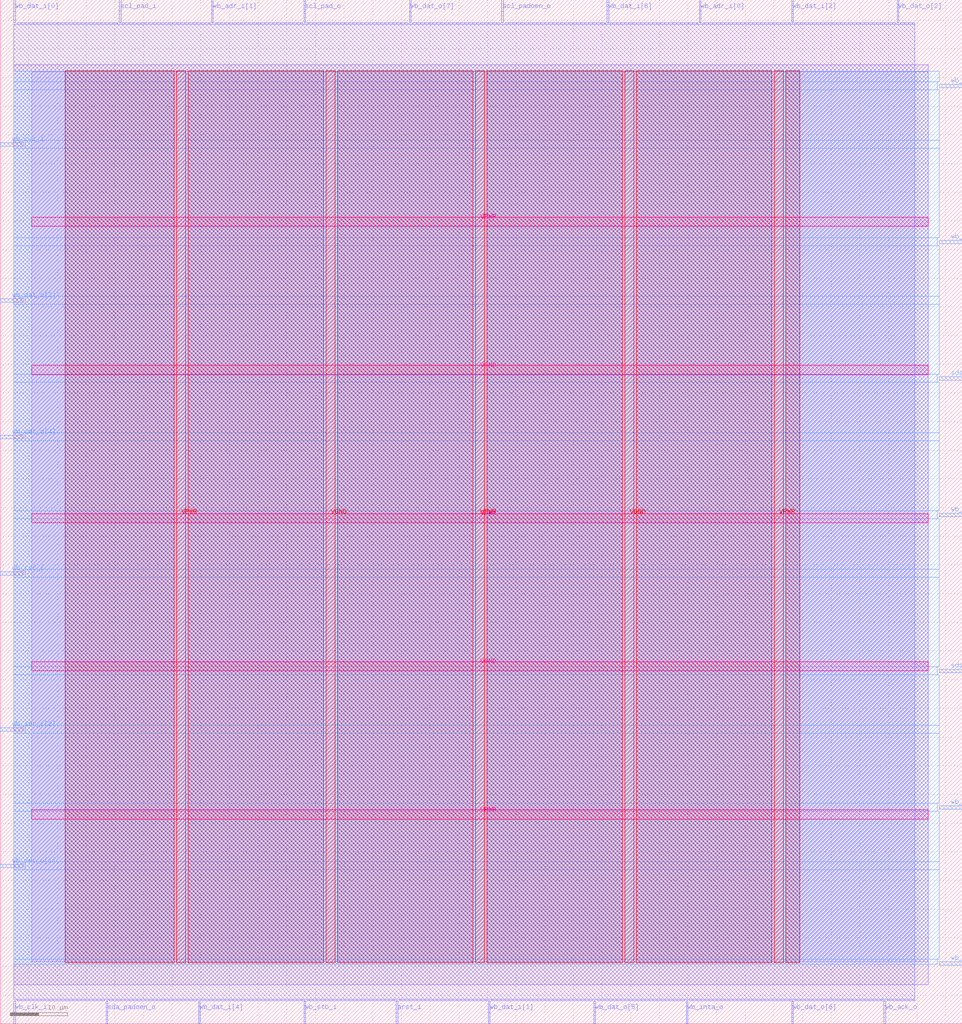
<source format=lef>
VERSION 5.7 ;
  NOWIREEXTENSIONATPIN ON ;
  DIVIDERCHAR "/" ;
  BUSBITCHARS "[]" ;
MACRO i2c_master_top
  CLASS BLOCK ;
  FOREIGN i2c_master_top ;
  ORIGIN 0.000 0.000 ;
  SIZE 167.840 BY 178.560 ;
  PIN arst_i
    DIRECTION INPUT ;
    USE SIGNAL ;
    PORT
      LAYER met2 ;
        RECT 69.090 0.000 69.370 4.000 ;
    END
  END arst_i
  PIN scl_pad_i
    DIRECTION INPUT ;
    USE SIGNAL ;
    PORT
      LAYER met2 ;
        RECT 20.790 174.560 21.070 178.560 ;
    END
  END scl_pad_i
  PIN scl_pad_o
    DIRECTION OUTPUT TRISTATE ;
    USE SIGNAL ;
    PORT
      LAYER met2 ;
        RECT 52.990 174.560 53.270 178.560 ;
    END
  END scl_pad_o
  PIN scl_padoen_o
    DIRECTION OUTPUT TRISTATE ;
    USE SIGNAL ;
    PORT
      LAYER met2 ;
        RECT 87.490 174.560 87.770 178.560 ;
    END
  END scl_padoen_o
  PIN sda_pad_i
    DIRECTION INPUT ;
    USE SIGNAL ;
    PORT
      LAYER met3 ;
        RECT 163.840 61.240 167.840 61.840 ;
    END
  END sda_pad_i
  PIN sda_pad_o
    DIRECTION OUTPUT TRISTATE ;
    USE SIGNAL ;
    PORT
      LAYER met3 ;
        RECT 163.840 112.240 167.840 112.840 ;
    END
  END sda_pad_o
  PIN sda_padoen_o
    DIRECTION OUTPUT TRISTATE ;
    USE SIGNAL ;
    PORT
      LAYER met2 ;
        RECT 18.490 0.000 18.770 4.000 ;
    END
  END sda_padoen_o
  PIN wb_ack_o
    DIRECTION OUTPUT TRISTATE ;
    USE SIGNAL ;
    PORT
      LAYER met2 ;
        RECT 154.190 0.000 154.470 4.000 ;
    END
  END wb_ack_o
  PIN wb_adr_i[0]
    DIRECTION INPUT ;
    USE SIGNAL ;
    PORT
      LAYER met2 ;
        RECT 121.990 174.560 122.270 178.560 ;
    END
  END wb_adr_i[0]
  PIN wb_adr_i[1]
    DIRECTION INPUT ;
    USE SIGNAL ;
    PORT
      LAYER met2 ;
        RECT 36.890 174.560 37.170 178.560 ;
    END
  END wb_adr_i[1]
  PIN wb_adr_i[2]
    DIRECTION INPUT ;
    USE SIGNAL ;
    PORT
      LAYER met3 ;
        RECT 0.000 51.040 4.000 51.640 ;
    END
  END wb_adr_i[2]
  PIN wb_clk_i
    DIRECTION INPUT ;
    USE SIGNAL ;
    PORT
      LAYER met2 ;
        RECT 2.390 0.000 2.670 4.000 ;
    END
  END wb_clk_i
  PIN wb_cyc_i
    DIRECTION INPUT ;
    USE SIGNAL ;
    PORT
      LAYER met3 ;
        RECT 0.000 153.040 4.000 153.640 ;
    END
  END wb_cyc_i
  PIN wb_dat_i[0]
    DIRECTION INPUT ;
    USE SIGNAL ;
    PORT
      LAYER met2 ;
        RECT 2.390 174.560 2.670 178.560 ;
    END
  END wb_dat_i[0]
  PIN wb_dat_i[1]
    DIRECTION INPUT ;
    USE SIGNAL ;
    PORT
      LAYER met2 ;
        RECT 85.190 0.000 85.470 4.000 ;
    END
  END wb_dat_i[1]
  PIN wb_dat_i[2]
    DIRECTION INPUT ;
    USE SIGNAL ;
    PORT
      LAYER met2 ;
        RECT 138.090 174.560 138.370 178.560 ;
    END
  END wb_dat_i[2]
  PIN wb_dat_i[3]
    DIRECTION INPUT ;
    USE SIGNAL ;
    PORT
      LAYER met3 ;
        RECT 163.840 136.040 167.840 136.640 ;
    END
  END wb_dat_i[3]
  PIN wb_dat_i[4]
    DIRECTION INPUT ;
    USE SIGNAL ;
    PORT
      LAYER met2 ;
        RECT 34.590 0.000 34.870 4.000 ;
    END
  END wb_dat_i[4]
  PIN wb_dat_i[5]
    DIRECTION INPUT ;
    USE SIGNAL ;
    PORT
      LAYER met3 ;
        RECT 163.840 37.440 167.840 38.040 ;
    END
  END wb_dat_i[5]
  PIN wb_dat_i[6]
    DIRECTION INPUT ;
    USE SIGNAL ;
    PORT
      LAYER met2 ;
        RECT 105.890 174.560 106.170 178.560 ;
    END
  END wb_dat_i[6]
  PIN wb_dat_i[7]
    DIRECTION INPUT ;
    USE SIGNAL ;
    PORT
      LAYER met3 ;
        RECT 163.840 88.440 167.840 89.040 ;
    END
  END wb_dat_i[7]
  PIN wb_dat_o[0]
    DIRECTION OUTPUT TRISTATE ;
    USE SIGNAL ;
    PORT
      LAYER met3 ;
        RECT 163.840 10.240 167.840 10.840 ;
    END
  END wb_dat_o[0]
  PIN wb_dat_o[1]
    DIRECTION OUTPUT TRISTATE ;
    USE SIGNAL ;
    PORT
      LAYER met3 ;
        RECT 0.000 27.240 4.000 27.840 ;
    END
  END wb_dat_o[1]
  PIN wb_dat_o[2]
    DIRECTION OUTPUT TRISTATE ;
    USE SIGNAL ;
    PORT
      LAYER met2 ;
        RECT 156.490 174.560 156.770 178.560 ;
    END
  END wb_dat_o[2]
  PIN wb_dat_o[3]
    DIRECTION OUTPUT TRISTATE ;
    USE SIGNAL ;
    PORT
      LAYER met3 ;
        RECT 0.000 125.840 4.000 126.440 ;
    END
  END wb_dat_o[3]
  PIN wb_dat_o[4]
    DIRECTION OUTPUT TRISTATE ;
    USE SIGNAL ;
    PORT
      LAYER met3 ;
        RECT 0.000 102.040 4.000 102.640 ;
    END
  END wb_dat_o[4]
  PIN wb_dat_o[5]
    DIRECTION OUTPUT TRISTATE ;
    USE SIGNAL ;
    PORT
      LAYER met2 ;
        RECT 103.590 0.000 103.870 4.000 ;
    END
  END wb_dat_o[5]
  PIN wb_dat_o[6]
    DIRECTION OUTPUT TRISTATE ;
    USE SIGNAL ;
    PORT
      LAYER met2 ;
        RECT 138.090 0.000 138.370 4.000 ;
    END
  END wb_dat_o[6]
  PIN wb_dat_o[7]
    DIRECTION OUTPUT TRISTATE ;
    USE SIGNAL ;
    PORT
      LAYER met2 ;
        RECT 71.390 174.560 71.670 178.560 ;
    END
  END wb_dat_o[7]
  PIN wb_inta_o
    DIRECTION OUTPUT TRISTATE ;
    USE SIGNAL ;
    PORT
      LAYER met2 ;
        RECT 119.690 0.000 119.970 4.000 ;
    END
  END wb_inta_o
  PIN wb_rst_i
    DIRECTION INPUT ;
    USE SIGNAL ;
    PORT
      LAYER met3 ;
        RECT 0.000 78.240 4.000 78.840 ;
    END
  END wb_rst_i
  PIN wb_stb_i
    DIRECTION INPUT ;
    USE SIGNAL ;
    PORT
      LAYER met2 ;
        RECT 52.990 0.000 53.270 4.000 ;
    END
  END wb_stb_i
  PIN wb_we_i
    DIRECTION INPUT ;
    USE SIGNAL ;
    PORT
      LAYER met3 ;
        RECT 163.840 163.240 167.840 163.840 ;
    END
  END wb_we_i
  PIN VPWR
    DIRECTION INOUT ;
    USE POWER ;
    PORT
      LAYER met4 ;
        RECT 135.055 10.640 136.655 166.160 ;
    END
  END VPWR
  PIN VPWR
    DIRECTION INOUT ;
    USE POWER ;
    PORT
      LAYER met4 ;
        RECT 82.920 10.640 84.520 166.160 ;
    END
  END VPWR
  PIN VPWR
    DIRECTION INOUT ;
    USE POWER ;
    PORT
      LAYER met4 ;
        RECT 30.785 10.640 32.385 166.160 ;
    END
  END VPWR
  PIN VPWR
    DIRECTION INOUT ;
    USE POWER ;
    PORT
      LAYER met5 ;
        RECT 5.520 139.040 161.920 140.640 ;
    END
  END VPWR
  PIN VPWR
    DIRECTION INOUT ;
    USE POWER ;
    PORT
      LAYER met5 ;
        RECT 5.520 87.360 161.920 88.960 ;
    END
  END VPWR
  PIN VPWR
    DIRECTION INOUT ;
    USE POWER ;
    PORT
      LAYER met5 ;
        RECT 5.520 35.680 161.920 37.280 ;
    END
  END VPWR
  PIN VGND
    DIRECTION INOUT ;
    USE GROUND ;
    PORT
      LAYER met4 ;
        RECT 108.985 10.640 110.585 166.160 ;
    END
  END VGND
  PIN VGND
    DIRECTION INOUT ;
    USE GROUND ;
    PORT
      LAYER met4 ;
        RECT 56.855 10.640 58.455 166.160 ;
    END
  END VGND
  PIN VGND
    DIRECTION INOUT ;
    USE GROUND ;
    PORT
      LAYER met5 ;
        RECT 5.520 113.200 161.920 114.800 ;
    END
  END VGND
  PIN VGND
    DIRECTION INOUT ;
    USE GROUND ;
    PORT
      LAYER met5 ;
        RECT 5.520 61.520 161.920 63.120 ;
    END
  END VGND
  OBS
      LAYER li1 ;
        RECT 5.520 10.795 161.920 166.005 ;
      LAYER met1 ;
        RECT 2.370 6.840 161.920 167.240 ;
      LAYER met2 ;
        RECT 2.950 174.280 20.510 174.560 ;
        RECT 21.350 174.280 36.610 174.560 ;
        RECT 37.450 174.280 52.710 174.560 ;
        RECT 53.550 174.280 71.110 174.560 ;
        RECT 71.950 174.280 87.210 174.560 ;
        RECT 88.050 174.280 105.610 174.560 ;
        RECT 106.450 174.280 121.710 174.560 ;
        RECT 122.550 174.280 137.810 174.560 ;
        RECT 138.650 174.280 156.210 174.560 ;
        RECT 157.050 174.280 159.520 174.560 ;
        RECT 2.390 4.280 159.520 174.280 ;
        RECT 2.950 4.000 18.210 4.280 ;
        RECT 19.050 4.000 34.310 4.280 ;
        RECT 35.150 4.000 52.710 4.280 ;
        RECT 53.550 4.000 68.810 4.280 ;
        RECT 69.650 4.000 84.910 4.280 ;
        RECT 85.750 4.000 103.310 4.280 ;
        RECT 104.150 4.000 119.410 4.280 ;
        RECT 120.250 4.000 137.810 4.280 ;
        RECT 138.650 4.000 153.910 4.280 ;
        RECT 154.750 4.000 159.520 4.280 ;
      LAYER met3 ;
        RECT 2.365 164.240 163.840 166.085 ;
        RECT 2.365 162.840 163.440 164.240 ;
        RECT 2.365 154.040 163.840 162.840 ;
        RECT 4.400 152.640 163.840 154.040 ;
        RECT 2.365 137.040 163.840 152.640 ;
        RECT 2.365 135.640 163.440 137.040 ;
        RECT 2.365 126.840 163.840 135.640 ;
        RECT 4.400 125.440 163.840 126.840 ;
        RECT 2.365 113.240 163.840 125.440 ;
        RECT 2.365 111.840 163.440 113.240 ;
        RECT 2.365 103.040 163.840 111.840 ;
        RECT 4.400 101.640 163.840 103.040 ;
        RECT 2.365 89.440 163.840 101.640 ;
        RECT 2.365 88.040 163.440 89.440 ;
        RECT 2.365 79.240 163.840 88.040 ;
        RECT 4.400 77.840 163.840 79.240 ;
        RECT 2.365 62.240 163.840 77.840 ;
        RECT 2.365 60.840 163.440 62.240 ;
        RECT 2.365 52.040 163.840 60.840 ;
        RECT 4.400 50.640 163.840 52.040 ;
        RECT 2.365 38.440 163.840 50.640 ;
        RECT 2.365 37.040 163.440 38.440 ;
        RECT 2.365 28.240 163.840 37.040 ;
        RECT 4.400 26.840 163.840 28.240 ;
        RECT 2.365 11.240 163.840 26.840 ;
        RECT 2.365 10.375 163.440 11.240 ;
      LAYER met4 ;
        RECT 11.335 10.640 30.385 166.160 ;
        RECT 32.785 10.640 56.455 166.160 ;
        RECT 58.855 10.640 82.520 166.160 ;
        RECT 84.920 10.640 108.585 166.160 ;
        RECT 110.985 10.640 134.655 166.160 ;
        RECT 137.055 10.640 139.545 166.160 ;
  END
END i2c_master_top
END LIBRARY


</source>
